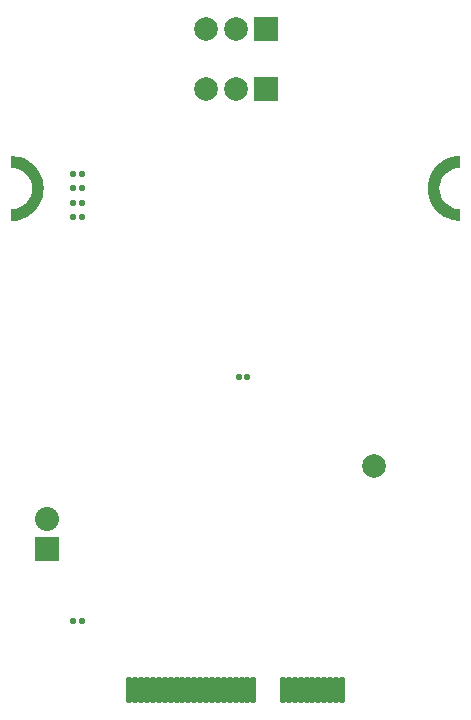
<source format=gbr>
%TF.GenerationSoftware,KiCad,Pcbnew,7.0.6*%
%TF.CreationDate,2023-08-17T07:35:17+09:30*%
%TF.ProjectId,spe-sink,7370652d-7369-46e6-9b2e-6b696361645f,V1.0*%
%TF.SameCoordinates,Original*%
%TF.FileFunction,Soldermask,Bot*%
%TF.FilePolarity,Negative*%
%FSLAX46Y46*%
G04 Gerber Fmt 4.6, Leading zero omitted, Abs format (unit mm)*
G04 Created by KiCad (PCBNEW 7.0.6) date 2023-08-17 07:35:17*
%MOMM*%
%LPD*%
G01*
G04 APERTURE LIST*
G04 Aperture macros list*
%AMRoundRect*
0 Rectangle with rounded corners*
0 $1 Rounding radius*
0 $2 $3 $4 $5 $6 $7 $8 $9 X,Y pos of 4 corners*
0 Add a 4 corners polygon primitive as box body*
4,1,4,$2,$3,$4,$5,$6,$7,$8,$9,$2,$3,0*
0 Add four circle primitives for the rounded corners*
1,1,$1+$1,$2,$3*
1,1,$1+$1,$4,$5*
1,1,$1+$1,$6,$7*
1,1,$1+$1,$8,$9*
0 Add four rect primitives between the rounded corners*
20,1,$1+$1,$2,$3,$4,$5,0*
20,1,$1+$1,$4,$5,$6,$7,0*
20,1,$1+$1,$6,$7,$8,$9,0*
20,1,$1+$1,$8,$9,$2,$3,0*%
G04 Aperture macros list end*
%ADD10R,2.000000X2.000000*%
%ADD11C,2.000000*%
%ADD12RoundRect,0.101600X-0.175000X-0.975000X0.175000X-0.975000X0.175000X0.975000X-0.175000X0.975000X0*%
%ADD13C,0.657200*%
%ADD14R,2.032000X2.032000*%
%ADD15O,2.032000X2.032000*%
%ADD16RoundRect,0.125000X-0.130000X0.125000X-0.130000X-0.125000X0.130000X-0.125000X0.130000X0.125000X0*%
%ADD17RoundRect,0.125000X0.130000X-0.125000X0.130000X0.125000X-0.130000X0.125000X-0.130000X-0.125000X0*%
G04 APERTURE END LIST*
%TO.C,X2*%
G36*
X100711752Y-57343704D02*
G01*
X101052379Y-57459331D01*
X101375000Y-57618430D01*
X101674094Y-57818278D01*
X101944544Y-58055456D01*
X102181722Y-58325906D01*
X102381570Y-58625000D01*
X102540669Y-58947621D01*
X102656296Y-59288248D01*
X102726473Y-59641053D01*
X102750000Y-60000000D01*
X102726473Y-60358947D01*
X102656296Y-60711752D01*
X102540669Y-61052379D01*
X102381570Y-61375000D01*
X102181722Y-61674094D01*
X101944544Y-61944544D01*
X101674094Y-62181722D01*
X101375000Y-62381570D01*
X101052379Y-62540669D01*
X100711752Y-62656296D01*
X100358947Y-62726473D01*
X100000000Y-62750000D01*
X100000000Y-61750000D01*
X100303884Y-61723414D01*
X100598535Y-61644462D01*
X100875000Y-61515544D01*
X101124878Y-61340578D01*
X101340578Y-61124878D01*
X101515544Y-60875000D01*
X101644462Y-60598535D01*
X101723414Y-60303884D01*
X101750000Y-60000000D01*
X101723414Y-59696116D01*
X101644462Y-59401465D01*
X101515544Y-59125000D01*
X101340578Y-58875122D01*
X101124878Y-58659422D01*
X100875000Y-58484456D01*
X100598535Y-58355538D01*
X100303884Y-58276586D01*
X100000000Y-58250000D01*
X100000000Y-57250000D01*
X100711752Y-57343704D01*
G37*
G36*
X138000000Y-58250000D02*
G01*
X137696116Y-58276586D01*
X137401465Y-58355538D01*
X137125000Y-58484456D01*
X136875122Y-58659422D01*
X136659422Y-58875122D01*
X136484456Y-59125000D01*
X136355538Y-59401465D01*
X136276586Y-59696116D01*
X136250000Y-60000000D01*
X136276586Y-60303884D01*
X136355538Y-60598535D01*
X136484456Y-60875000D01*
X136659422Y-61124878D01*
X136875122Y-61340578D01*
X137125000Y-61515544D01*
X137401465Y-61644462D01*
X137696116Y-61723414D01*
X138000000Y-61750000D01*
X138000000Y-62750000D01*
X137288248Y-62656296D01*
X136947621Y-62540669D01*
X136625000Y-62381570D01*
X136325906Y-62181722D01*
X136055456Y-61944544D01*
X135818278Y-61674094D01*
X135618430Y-61375000D01*
X135459331Y-61052379D01*
X135343704Y-60711752D01*
X135273527Y-60358947D01*
X135250000Y-60000000D01*
X135273527Y-59641053D01*
X135343704Y-59288248D01*
X135459331Y-58947621D01*
X135618430Y-58625000D01*
X135818278Y-58325906D01*
X136055456Y-58055456D01*
X136325906Y-57818278D01*
X136625000Y-57618430D01*
X136947621Y-57459331D01*
X137288248Y-57343704D01*
X137641053Y-57273527D01*
X138000000Y-57250000D01*
X138000000Y-58250000D01*
G37*
%TD*%
D10*
%TO.C,J1*%
X121540000Y-51580000D03*
X121540000Y-46500000D03*
D11*
X119000000Y-51580000D03*
X119000000Y-46500000D03*
X116460000Y-51580000D03*
X116460000Y-46500000D03*
%TD*%
D12*
%TO.C,X2*%
X128000000Y-102475000D03*
X127500000Y-102475000D03*
X127000000Y-102475000D03*
X126500000Y-102475000D03*
X126000000Y-102475000D03*
X125500000Y-102475000D03*
X125000000Y-102475000D03*
X124500000Y-102475000D03*
X124000000Y-102475000D03*
X123500000Y-102475000D03*
X123000000Y-102475000D03*
X120500000Y-102475000D03*
X120000000Y-102475000D03*
X119500000Y-102475000D03*
X119000000Y-102475000D03*
X118500000Y-102475000D03*
X118000000Y-102475000D03*
X117500000Y-102475000D03*
X117000000Y-102475000D03*
X116500000Y-102475000D03*
X116000000Y-102475000D03*
X115500000Y-102475000D03*
X115000000Y-102475000D03*
X114500000Y-102475000D03*
X114000000Y-102475000D03*
X113500000Y-102475000D03*
X113000000Y-102475000D03*
X112500000Y-102475000D03*
X112000000Y-102475000D03*
X111500000Y-102475000D03*
X111000000Y-102475000D03*
X110500000Y-102475000D03*
X110000000Y-102475000D03*
D13*
X101000000Y-57900000D03*
X101000000Y-62100000D03*
X102300000Y-60000000D03*
X135700000Y-60000000D03*
X137000000Y-57900000D03*
X137000000Y-62100000D03*
%TD*%
D14*
%TO.C,P2*%
X103000000Y-90525000D03*
D15*
X103000000Y-87985000D03*
%TD*%
D16*
%TO.C,SL4*%
X119250000Y-76000000D03*
X119950000Y-76000000D03*
%TD*%
D17*
%TO.C,SL2*%
X105950000Y-96600000D03*
X105250000Y-96600000D03*
%TD*%
D16*
%TO.C,SL3*%
X105250000Y-58800000D03*
X105950000Y-58800000D03*
%TD*%
%TO.C,SL7*%
X105250000Y-61200000D03*
X105950000Y-61200000D03*
%TD*%
%TO.C,SL5*%
X105250000Y-62400000D03*
X105950000Y-62400000D03*
%TD*%
%TO.C,SL6*%
X105250000Y-60000000D03*
X105950000Y-60000000D03*
%TD*%
D11*
%TO.C,TEST1*%
X130750000Y-83500000D03*
%TD*%
M02*

</source>
